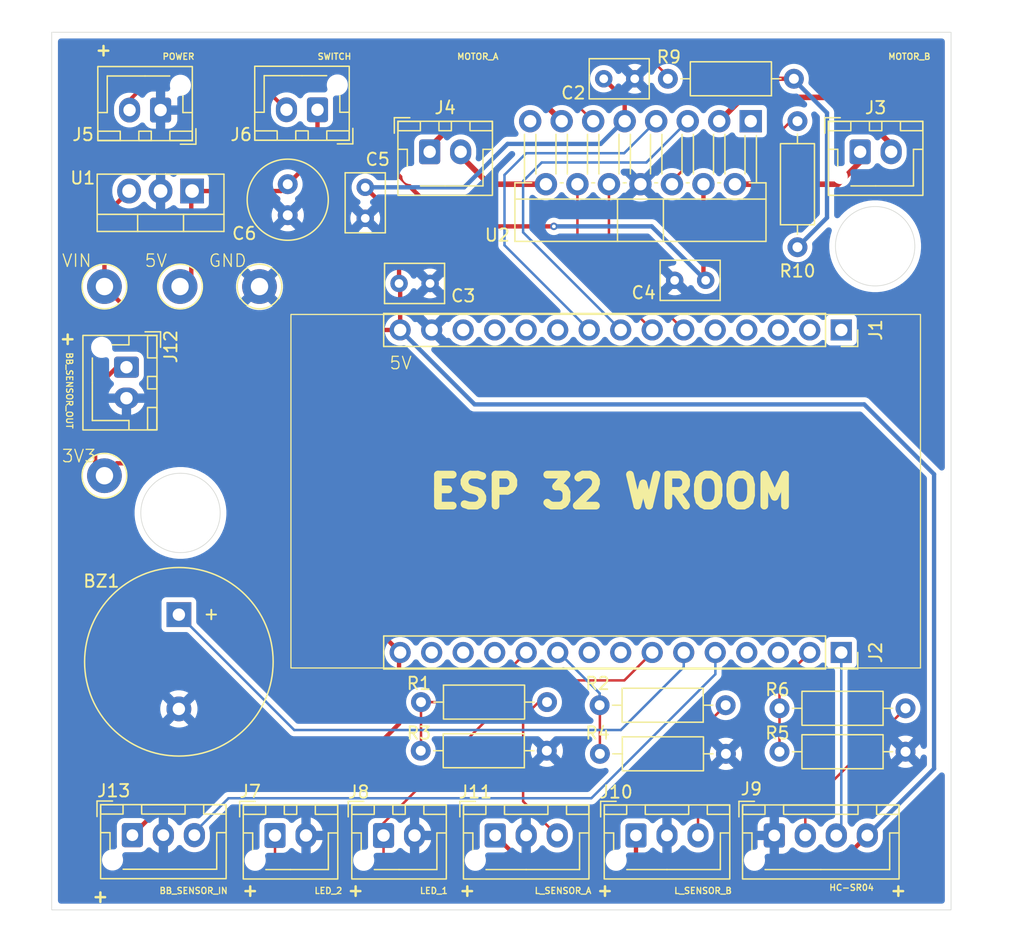
<source format=kicad_pcb>
(kicad_pcb (version 20241229) (generator "pcbnew") (generator_version "9.0")
  (layers (0 "F.Cu" signal) (2 "B.Cu" signal) (13 "F.Paste" user) (15 "B.Paste" user) (5 "F.SilkS" user "F.Silkscreen") (7 "B.SilkS" user "B.Silkscreen") (1 "F.Mask" user) (3 "B.Mask" user) (25 "Edge.Cuts" user))
  (net 0 "")
  (net 1 "Net-(BZ1-+)")
  (net 2 "GND")
  (net 3 "5v")
  (net 4 "VIN")
  (net 5 "3v3")
  (net 8 "IN3")
  (net 10 "IN1")
  (net 11 "IN4")
  (net 14 "IN2")
  (net 18 "ECHO")
  (net 19 "TRIG")
  (net 21 "LF_R_OUT")
  (net 22 "LF_L_OUT")
  (net 23 "BB_OUT")
  (net 24 "Net-(J3-Pin_1)")
  (net 25 "Net-(J3-Pin_2)")
  (net 26 "Net-(J4-Pin_1)")
  (net 27 "Net-(J4-Pin_2)")
  (net 28 "Net-(J5-Pin_2)")
  (net 29 "Net-(J9-Pin_2)")
  (net 30 "Net-(J10-Pin_3)")
  (net 31 "Net-(J11-Pin_3)")
  (net 32 "Net-(U2-EnB)")
  (net 33 "Net-(U2-EnA)")
  (net 41 "Net-(J2-Pin_7)")
  (footprint "Resistor_THT:R_Axial_DIN0207_L6.3mm_D2.5mm_P10.16mm_Horizontal" (layer "F.Cu") (at 171.95 63.5 180)
    (property "Reference" "R9" (at 10.08 1.75 0) (layer "F.SilkS"))
    (property "Value" "1k")
    (pad "1" thru_hole circle (at 0 0 180) (size 1.6 1.6) (drill 0.8) (layers "*.Cu" "*.Mask") (net 3 "5v"))
    (pad "2" thru_hole circle (at 10.16 0 180) (size 1.6 1.6) (drill 0.8) (layers "*.Cu" "*.Mask") (net 32 "Net-(U2-EnB)"))
  )
  (footprint "Capacitor_THT:C_Radial_D6.3mm_H5.0mm_P2.50mm" (layer "F.Cu") (at 131.145 72 -90)
    (property "Reference" "C6" (at 3.975 3.5 0) (layer "F.SilkS"))
    (property "Value" "10uf")
    (pad "1" thru_hole circle (at 0 0 270) (size 1.6 1.6) (drill 0.8) (layers "*.Cu" "*.Mask") (net 4 "VIN"))
    (pad "2" thru_hole circle (at 2.5 0 270) (size 1.6 1.6) (drill 0.8) (layers "*.Cu" "*.Mask") (net 2 "GND"))
  )
  (footprint "Resistor_THT:R_Axial_DIN0207_L6.3mm_D2.5mm_P10.16mm_Horizontal" (layer "F.Cu") (at 166.45 114 180)
    (property "Reference" "R2" (at 10.33 1.75 180) (layer "F.SilkS"))
    (property "Value" "1k")
    (pad "1" thru_hole circle (at 0 0 180) (size 1.6 1.6) (drill 0.8) (layers "*.Cu" "*.Mask") (net 30 "Net-(J10-Pin_3)"))
    (pad "2" thru_hole circle (at 10.16 0 180) (size 1.6 1.6) (drill 0.8) (layers "*.Cu" "*.Mask") (net 21 "LF_R_OUT"))
  )
  (footprint "Capacitor_THT:C_Rect_L4.6mm_W3.0mm_P2.50mm_MKS02_FKP02" (layer "F.Cu") (at 137.395 72.25 -90)
    (property "Reference" "C5" (at -2.25 -1 0) (layer "F.SilkS"))
    (property "Value" "1uf")
    (pad "1" thru_hole circle (at 0 0 270) (size 1.4 1.4) (drill 0.7) (layers "*.Cu" "*.Mask") (net 3 "5v"))
    (pad "2" thru_hole circle (at 2.5 0 270) (size 1.4 1.4) (drill 0.7) (layers "*.Cu" "*.Mask") (net 2 "GND"))
  )
  (footprint "Connector_JST:JST_XH_B2B-XH-AM_1x02_P2.50mm_Vertical" (layer "F.Cu") (at 118.145 86.75 -90)
    (property "Reference" "J12" (at -1.6575 -3.575 90) (layer "F.SilkS"))
    (property "Value" "Conn_01x02")
    (pad "" np_thru_hole circle (at -1.6 2 270) (size 1.2 1.2) (drill 1.2) (layers "*.Cu" "*.Mask"))
    (pad "1" thru_hole roundrect (at 0 0 270) (size 1.7 2) (drill 1) (layers "*.Cu" "*.Mask") (roundrect_rratio 0.147059) (net 5 "3v3"))
    (pad "2" thru_hole oval (at 2.5 0 270) (size 1.7 2) (drill 1) (layers "*.Cu" "*.Mask") (net 2 "GND"))
  )
  (footprint "Package_TO_SOT_THT:TO-220F-15_P2.54x5.08mm_StaggerOdd_Lead5.08mm_Vertical" (layer "F.Cu") (at 168.47 66.92 180)
    (property "Reference" "U2" (at 20.43 -9.185 180) (layer "F.SilkS"))
    (property "Value" "L298N")
    (pad "1" thru_hole rect (at 0 0 180) (size 1.8 1.8) (drill 1) (layers "*.Cu" "*.Mask"))
    (pad "2" thru_hole circle (at 1.27 -5.08 180) (size 1.8 1.8) (drill 1) (layers "*.Cu" "*.Mask") (net 24 "Net-(J3-Pin_1)"))
    (pad "3" thru_hole circle (at 2.54 0 180) (size 1.8 1.8) (drill 1) (layers "*.Cu" "*.Mask") (net 25 "Net-(J3-Pin_2)"))
    (pad "4" thru_hole circle (at 3.81 -5.08 180) (size 1.8 1.8) (drill 1) (layers "*.Cu" "*.Mask") (net 4 "VIN"))
    (pad "5" thru_hole circle (at 5.08 0 180) (size 1.8 1.8) (drill 1) (layers "*.Cu" "*.Mask") (net 10 "IN1"))
    (pad "6" thru_hole circle (at 6.35 -5.08 180) (size 1.8 1.8) (drill 1) (layers "*.Cu" "*.Mask") (net 33 "Net-(U2-EnA)"))
    (pad "7" thru_hole circle (at 7.62 0 180) (size 1.8 1.8) (drill 1) (layers "*.Cu" "*.Mask") (net 14 "IN2"))
    (pad "8" thru_hole circle (at 8.89 -5.08 180) (size 1.8 1.8) (drill 1) (layers "*.Cu" "*.Mask") (net 2 "GND"))
    (pad "9" thru_hole circle (at 10.16 0 180) (size 1.8 1.8) (drill 1) (layers "*.Cu" "*.Mask") (net 3 "5v"))
    (pad "10" thru_hole circle (at 11.43 -5.08 180) (size 1.8 1.8) (drill 1) (layers "*.Cu" "*.Mask") (net 8 "IN3"))
    (pad "11" thru_hole circle (at 12.7 0 180) (size 1.8 1.8) (drill 1) (layers "*.Cu" "*.Mask") (net 32 "Net-(U2-EnB)"))
    (pad "12" thru_hole circle (at 13.97 -5.08 180) (size 1.8 1.8) (drill 1) (layers "*.Cu" "*.Mask") (net 11 "IN4"))
    (pad "13" thru_hole circle (at 15.24 0 180) (size 1.8 1.8) (drill 1) (layers "*.Cu" "*.Mask") (net 26 "Net-(J4-Pin_1)"))
    (pad "14" thru_hole circle (at 16.51 -5.08 180) (size 1.8 1.8) (drill 1) (layers "*.Cu" "*.Mask") (net 27 "Net-(J4-Pin_2)"))
    (pad "15" thru_hole circle (at 17.78 0 180) (size 1.8 1.8) (drill 1) (layers "*.Cu" "*.Mask"))
  )
  (footprint "Capacitor_THT:C_Rect_L4.6mm_W3.0mm_P2.50mm_MKS02_FKP02" (layer "F.Cu") (at 140.12 80)
    (property "Reference" "C3" (at 5.17 1 0) (layer "F.SilkS"))
    (property "Value" "0.1uf")
    (pad "1" thru_hole circle (at 0 0) (size 1.4 1.4) (drill 0.7) (layers "*.Cu" "*.Mask") (net 3 "5v"))
    (pad "2" thru_hole circle (at 2.5 0) (size 1.4 1.4) (drill 0.7) (layers "*.Cu" "*.Mask") (net 2 "GND"))
  )
  (footprint "Capacitor_THT:C_Rect_L4.6mm_W3.0mm_P2.50mm_MKS02_FKP02" (layer "F.Cu") (at 162.3375 79.75)
    (property "Reference" "C4" (at -2.5 1 0) (layer "F.SilkS"))
    (property "Value" "10uf")
    (pad "1" thru_hole circle (at 0 0) (size 1.4 1.4) (drill 0.7) (layers "*.Cu" "*.Mask") (net 2 "GND"))
    (pad "2" thru_hole circle (at 2.5 0) (size 1.4 1.4) (drill 0.7) (layers "*.Cu" "*.Mask") (net 4 "VIN"))
  )
  (footprint "Connector_JST:JST_XH_B4B-XH-AM_1x04_P2.50mm_Vertical" (layer "F.Cu") (at 170.37 124.5)
    (property "Reference" "J9" (at -1.85 -3.75 0) (layer "F.SilkS"))
    (property "Value" "Conn_01x04_Pin")
    (pad "" np_thru_hole circle (at -1.6 2) (size 1.2 1.2) (drill 1.2) (layers "*.Cu" "*.Mask"))
    (pad "1" thru_hole roundrect (at 0 0) (size 1.7 1.95) (drill 0.95) (layers "*.Cu" "*.Mask") (roundrect_rratio 0.147059) (net 2 "GND"))
    (pad "2" thru_hole oval (at 2.5 0) (size 1.7 1.95) (drill 0.95) (layers "*.Cu" "*.Mask") (net 29 "Net-(J9-Pin_2)"))
    (pad "3" thru_hole oval (at 5 0) (size 1.7 1.95) (drill 0.95) (layers "*.Cu" "*.Mask") (net 19 "TRIG"))
    (pad "4" thru_hole oval (at 7.5 0) (size 1.7 1.95) (drill 0.95) (layers "*.Cu" "*.Mask") (net 3 "5v"))
  )
  (footprint "Resistor_THT:R_Axial_DIN0207_L6.3mm_D2.5mm_P10.16mm_Horizontal" (layer "F.Cu") (at 180.95 114.25 180)
    (property "Reference" "R6" (at 10.33 1.5 180) (layer "F.SilkS"))
    (property "Value" "1k")
    (pad "1" thru_hole circle (at 0 0 180) (size 1.6 1.6) (drill 0.8) (layers "*.Cu" "*.Mask") (net 29 "Net-(J9-Pin_2)"))
    (pad "2" thru_hole circle (at 10.16 0 180) (size 1.6 1.6) (drill 0.8) (layers "*.Cu" "*.Mask") (net 18 "ECHO"))
  )
  (footprint "TestPoint:TestPoint_Loop_D3.50mm_Drill1.4mm_Beaded" (layer "F.Cu") (at 128.87 80.25)
    (property "Reference" "TP4" (hide yes))
    (property "Value" "TestPoint")
    (pad "1" thru_hole circle (at 0 0) (size 2.8 2.8) (drill 1.4) (layers "*.Cu" "*.Mask") (net 2 "GND"))
  )
  (footprint "TestPoint:TestPoint_Loop_D3.50mm_Drill1.4mm_Beaded" (layer "F.Cu") (at 116.37 80.25)
    (property "Reference" "TP2" (hide yes))
    (property "Value" "TestPoint")
    (pad "1" thru_hole circle (at 0 0) (size 2.8 2.8) (drill 1.4) (layers "*.Cu" "*.Mask") (net 3 "5v"))
  )
  (footprint "Connector_JST:JST_XH_B2B-XH-AM_1x02_P2.50mm_Vertical" (layer "F.Cu") (at 138.87 124.5)
    (property "Reference" "J8" (at -2 -3.5 0) (layer "F.SilkS"))
    (property "Value" "Conn_01x02")
    (pad "" np_thru_hole circle (at -1.6 2) (size 1.2 1.2) (drill 1.2) (layers "*.Cu" "*.Mask"))
    (pad "1" thru_hole roundrect (at 0 0) (size 1.7 2) (drill 1) (layers "*.Cu" "*.Mask") (roundrect_rratio 0.147059) (net 41 "Net-(J2-Pin_7)"))
    (pad "2" thru_hole oval (at 2.5 0) (size 1.7 2) (drill 1) (layers "*.Cu" "*.Mask") (net 2 "GND"))
  )
  (footprint "TestPoint:TestPoint_Loop_D3.50mm_Drill1.4mm_Beaded" (layer "F.Cu") (at 122.464286 80.25)
    (property "Reference" "TP3" (hide yes))
    (property "Value" "TestPoint")
    (pad "1" thru_hole circle (at 0 0) (size 2.8 2.8) (drill 1.4) (layers "*.Cu" "*.Mask") (net 4 "VIN"))
  )
  (footprint "Connector_JST:JST_XH_B2B-XH-AM_1x02_P2.50mm_Vertical" (layer "F.Cu") (at 177.29 69.3875)
    (property "Reference" "J3" (at 1.25 -3.55 0) (layer "F.SilkS"))
    (property "Value" "Conn_01x02")
    (pad "" np_thru_hole circle (at -1.6 2) (size 1.2 1.2) (drill 1.2) (layers "*.Cu" "*.Mask"))
    (pad "1" thru_hole roundrect (at 0 0) (size 1.7 2) (drill 1) (layers "*.Cu" "*.Mask") (roundrect_rratio 0.147059) (net 24 "Net-(J3-Pin_1)"))
    (pad "2" thru_hole oval (at 2.5 0) (size 1.7 2) (drill 1) (layers "*.Cu" "*.Mask") (net 25 "Net-(J3-Pin_2)"))
  )
  (footprint "Connector_PinSocket_2.54mm:PinSocket_1x15_P2.54mm_Vertical" (layer "F.Cu") (at 175.77 109.75 -90)
    (property "Reference" "J2" (at 0 -2.77 270) (layer "F.SilkS"))
    (property "Value" "Conn_01x15_Pin")
    (pad "1" thru_hole rect (at 0 0 270) (size 1.7 1.7) (drill 1) (layers "*.Cu" "*.Mask") (net 19 "TRIG"))
    (pad "2" thru_hole circle (at 0 2.54 270) (size 1.7 1.7) (drill 1) (layers "*.Cu" "*.Mask") (net 18 "ECHO"))
    (pad "3" thru_hole circle (at 0 5.08 270) (size 1.7 1.7) (drill 1) (layers "*.Cu" "*.Mask"))
    (pad "4" thru_hole circle (at 0 7.62 270) (size 1.7 1.7) (drill 1) (layers "*.Cu" "*.Mask"))
    (pad "5" thru_hole circle (at 0 10.16 270) (size 1.7 1.7) (drill 1) (layers "*.Cu" "*.Mask") (net 23 "BB_OUT"))
    (pad "6" thru_hole circle (at 0 12.7 270) (size 1.7 1.7) (drill 1) (layers "*.Cu" "*.Mask") (net 1 "Net-(BZ1-+)"))
    (pad "7" thru_hole circle (at 0 15.24 270) (size 1.7 1.7) (drill 1) (layers "*.Cu" "*.Mask") (net 41 "Net-(J2-Pin_7)"))
    (pad "8" thru_hole circle (at 0 17.78 270) (size 1.7 1.7) (drill 1) (layers "*.Cu" "*.Mask"))
    (pad "9" thru_hole circle (at 0 20.32 270) (size 1.7 1.7) (drill 1) (layers "*.Cu" "*.Mask"))
    (pad "10" thru_hole circle (at 0 22.86 270) (size 1.7 1.7) (drill 1) (layers "*.Cu" "*.Mask") (net 21 "LF_R_OUT"))
    (pad "11" thru_hole circle (at 0 25.4 270) (size 1.7 1.7) (drill 1) (layers "*.Cu" "*.Mask") (net 22 "LF_L_OUT"))
    (pad "12" thru_hole circle (at 0 27.94 270) (size 1.7 1.7) (drill 1) (layers "*.Cu" "*.Mask"))
    (pad "13" thru_hole circle (at 0 30.48 270) (size 1.7 1.7) (drill 1) (layers "*.Cu" "*.Mask"))
    (pad "14" thru_hole circle (at 0 33.02 270) (size 1.7 1.7) (drill 1) (layers "*.Cu" "*.Mask"))
    (pad "15" thru_hole circle (at 0 35.56 270) (size 1.7 1.7) (drill 1) (layers "*.Cu" "*.Mask") (net 5 "3v3"))
  )
  (footprint "Connector_JST:JST_XH_B2B-XH-AM_1x02_P2.50mm_Vertical" (layer "F.Cu") (at 120.895 66.025 180)
    (property "Reference" "J5" (at 6.25 -1.975 180) (layer "F.SilkS"))
    (property "Value" "Conn_01x02")
    (pad "" np_thru_hole circle (at -1.6 2 180) (size 1.2 1.2) (drill 1.2) (layers "*.Cu" "*.Mask"))
    (pad "1" thru_hole roundrect (at 0 0 180) (size 1.7 2) (drill 1) (layers "*.Cu" "*.Mask") (roundrect_rratio 0.147059) (net 2 "GND"))
    (pad "2" thru_hole oval (at 2.5 0 180) (size 1.7 2) (drill 1) (layers "*.Cu" "*.Mask") (net 28 "Net-(J5-Pin_2)"))
  )
  (footprint "Connector_JST:JST_XH_B3B-XH-AM_1x03_P2.50mm_Vertical" (layer "F.Cu") (at 118.62 124.475)
    (property "Reference" "J13" (at -1.5 -3.575 0) (layer "F.SilkS"))
    (property "Value" "Conn_01x03_Pin")
    (pad "" np_thru_hole circle (at -1.6 2) (size 1.2 1.2) (drill 1.2) (layers "*.Cu" "*.Mask"))
    (pad "1" thru_hole roundrect (at 0 0) (size 1.7 1.95) (drill 0.95) (layers "*.Cu" "*.Mask") (roundrect_rratio 0.147059) (net 5 "3v3"))
    (pad "2" thru_hole oval (at 2.5 0) (size 1.7 1.95) (drill 0.95) (layers "*.Cu" "*.Mask") (net 2 "GND"))
    (pad "3" thru_hole oval (at 5 0) (size 1.7 1.95) (drill 0.95) (layers "*.Cu" "*.Mask") (net 23 "BB_OUT"))
  )
  (footprint "Connector_JST:JST_XH_B2B-XH-AM_1x02_P2.50mm_Vertical" (layer "F.Cu") (at 130.12 124.5)
    (property "Reference" "J7" (at -2 -3.55 0) (layer "F.SilkS"))
    (property "Value" "Conn_01x02")
    (pad "" np_thru_hole circle (at -1.6 2) (size 1.2 1.2) (drill 1.2) (layers "*.Cu" "*.Mask"))
    (pad "1" thru_hole roundrect (at 0 0) (size 1.7 2) (drill 1) (layers "*.Cu" "*.Mask") (roundrect_rratio 0.147059) (net 41 "Net-(J2-Pin_7)"))
    (pad "2" thru_hole oval (at 2.5 0) (size 1.7 2) (drill 1) (layers "*.Cu" "*.Mask") (net 2 "GND"))
  )
  (footprint "Package_TO_SOT_THT:TO-220-3_Vertical" (layer "F.Cu") (at 123.435 72.55 180)
    (property "Reference" "U1" (at 8.815 1.05 0) (layer "F.SilkS"))
    (property "Value" "LM7805_TO220")
    (pad "1" thru_hole rect (at 0 0 180) (size 1.905 2) (drill 1.1) (layers "*.Cu" "*.Mask") (net 4 "VIN"))
    (pad "2" thru_hole oval (at 2.54 0 180) (size 1.905 2) (drill 1.1) (layers "*.Cu" "*.Mask") (net 2 "GND"))
    (pad "3" thru_hole oval (at 5.08 0 180) (size 1.905 2) (drill 1.1) (layers "*.Cu" "*.Mask") (net 3 "5v"))
  )
  (footprint "Connector_JST:JST_XH_B2B-XH-AM_1x02_P2.50mm_Vertical" (layer "F.Cu") (at 142.5875 69.3875)
    (property "Reference" "J4" (at 1.25 -3.55 0) (layer "F.SilkS"))
    (property "Value" "Conn_01x02")
    (pad "" np_thru_hole circle (at -1.6 2) (size 1.2 1.2) (drill 1.2) (layers "*.Cu" "*.Mask"))
    (pad "1" thru_hole roundrect (at 0 0) (size 1.7 2) (drill 1) (layers "*.Cu" "*.Mask") (roundrect_rratio 0.147059) (net 26 "Net-(J4-Pin_1)"))
    (pad "2" thru_hole oval (at 2.5 0) (size 1.7 2) (drill 1) (layers "*.Cu" "*.Mask") (net 27 "Net-(J4-Pin_2)"))
  )
  (footprint "Connector_JST:JST_XH_B3B-XH-AM_1x03_P2.50mm_Vertical" (layer "F.Cu") (at 147.87 124.5)
    (property "Reference" "J11" (at -1.6 -3.5 0) (layer "F.SilkS"))
    (property "Value" "Conn_01x03_Pin")
    (pad "" np_thru_hole circle (at -1.6 2) (size 1.2 1.2) (drill 1.2) (layers "*.Cu" "*.Mask"))
    (pad "1" thru_hole roundrect (at 0 0) (size 1.7 1.95) (drill 0.95) (layers "*.Cu" "*.Mask") (roundrect_rratio 0.147059) (net 3 "5v"))
    (pad "2" thru_hole oval (at 2.5 0) (size 1.7 1.95) (drill 0.95) (layers "*.Cu" "*.Mask") (net 2 "GND"))
    (pad "3" thru_hole oval (at 5 0) (size 1.7 1.95) (drill 0.95) (layers "*.Cu" "*.Mask") (net 31 "Net-(J11-Pin_3)"))
  )
  (footprint "Connector_JST:JST_XH_B2B-XH-AM_1x02_P2.50mm_Vertical" (layer "F.Cu") (at 133.545 66 180)
    (property "Reference" "J6" (at 6.15 -2 180) (layer "F.SilkS"))
    (property "Value" "Conn_01x02")
    (pad "" np_thru_hole circle (at -1.6 2 180) (size 1.2 1.2) (drill 1.2) (layers "*.Cu" "*.Mask"))
    (pad "1" thru_hole roundrect (at 0 0 180) (size 1.7 2) (drill 1) (layers "*.Cu" "*.Mask") (roundrect_rratio 0.147059) (net 4 "VIN"))
    (pad "2" thru_hole oval (at 2.5 0 180) (size 1.7 2) (drill 1) (layers "*.Cu" "*.Mask") (net 28 "Net-(J5-Pin_2)"))
  )
  (footprint "Connector_PinSocket_2.54mm:PinSocket_1x15_P2.54mm_Vertical" (layer "F.Cu") (at 175.77 83.75 -90)
    (property "Reference" "J1" (at 0 -2.77 270) (layer "F.SilkS"))
    (property "Value" "Conn_01x15_Pin")
    (pad "1" thru_hole rect (at 0 0 270) (size 1.7 1.7) (drill 1) (layers "*.Cu" "*.Mask"))
    (pad "2" thru_hole circle (at 0 2.54 270) (size 1.7 1.7) (drill 1) (layers "*.Cu" "*.Mask"))
    (pad "3" thru_hole circle (at 0 5.08 270) (size 1.7 1.7) (drill 1) (layers "*.Cu" "*.Mask"))
    (pad "4" thru_hole circle (at 0 7.62 270) (size 1.7 1.7) (drill 1) (layers "*.Cu" "*.Mask"))
    (pad "5" thru_hole circle (at 0 10.16 270) (size 1.7 1.7) (drill 1) (layers "*.Cu" "*.Mask"))
    (pad "6" thru_hole circle (at 0 12.7 270) (size 1.7 1.7) (drill 1) (layers "*.Cu" "*.Mask") (net 8 "IN3"))
    (pad "7" thru_hole circle (at 0 15.24 270) (size 1.7 1.7) (drill 1) (layers "*.Cu" "*.Mask") (net 11 "IN4"))
    (pad "8" thru_hole circle (at 0 17.78 270) (size 1.7 1.7) (drill 1) (layers "*.Cu" "*.Mask") (net 10 "IN1"))
    (pad "9" thru_hole circle (at 0 20.32 270) (size 1.7 1.7) (drill 1) (layers "*.Cu" "*.Mask") (net 14 "IN2"))
    (pad "10" thru_hole circle (at 0 22.86 270) (size 1.7 1.7) (drill 1) (layers "*.Cu" "*.Mask"))
    (pad "11" thru_hole circle (at 0 25.4 270) (size 1.7 1.7) (drill 1) (layers "*.Cu" "*.Mask"))
    (pad "12" thru_hole circle (at 0 27.94 270) (size 1.7 1.7) (drill 1) (layers "*.Cu" "*.Mask"))
    (pad "13" thru_hole circle (at 0 30.48 270) (size 1.7 1.7) (drill 1) (layers "*.Cu" "*.Mask"))
    (pad "14" thru_hole circle (at 0 33.02 270) (size 1.7 1.7) (drill 1) (layers "*.Cu" "*.Mask") (net 2 "GND"))
    (pad "15" thru_hole circle (at 0 35.56 270) (size 1.7 1.7) (drill 1) (layers "*.Cu" "*.Mask") (net 3 "5v"))
  )
  (footprint "Connector_JST:JST_XH_B3B-XH-AM_1x03_P2.50mm_Vertical" (layer "F.Cu") (at 159.22 124.5)
    (property "Reference" "J10" (at -1.6 -3.5 0) (layer "F.SilkS"))
    (property "Value" "Conn_01x03_Pin")
    (pad "" np_thru_hole circle (at -1.6 2) (size 1.2 1.2) (drill 1.2) (layers "*.Cu" "*.Mask"))
    (pad "1" thru_hole roundrect (at 0 0) (size 1.7 1.95) (drill 0.95) (layers "*.Cu" "*.Mask") (roundrect_rratio 0.147059) (net 3 "5v"))
    (pad "2" thru_hole oval (at 2.5 0) (size 1.7 1.95) (drill 0.95) (layers "*.Cu" "*.Mask") (net 2 "GND"))
    (pad "3" thru_hole oval (at 5 0) (size 1.7 1.95) (drill 0.95) (layers "*.Cu" "*.Mask") (net 30 "Net-(J10-Pin_3)"))
  )
  (footprint "TestPoint:TestPoint_Loop_D3.50mm_Drill1.4mm_Beaded" (layer "F.Cu") (at 116.37 95.5)
    (property "Reference" "TP1" (hide yes))
    (property "Value" "TestPoint")
    (pad "1" thru_hole circle (at 0 0) (size 2.8 2.8) (drill 1.4) (layers "*.Cu" "*.Mask") (net 5 "3v3"))
  )
  (footprint "Resistor_THT:R_Axial_DIN0207_L6.3mm_D2.5mm_P10.16mm_Horizontal" (layer "F.Cu") (at 156.31 117.92)
    (property "Reference" "R4" (at -0.19 -1.67 0) (layer "F.SilkS"))
    (property "Value" "2k")
    (pad "1" thru_hole circle (at 0 0) (size 1.6 1.6) (drill 0.8) (layers "*.Cu" "*.Mask") (net 21 "LF_R_OUT"))
    (pad "2" thru_hole circle (at 10.16 0) (size 1.6 1.6) (drill 0.8) (layers "*.Cu" "*.Mask") (net 2 "GND"))
  )
  (footprint "Capacitor_THT:C_Rect_L4.6mm_W3.0mm_P2.50mm_MKS02_FKP02" (layer "F.Cu") (at 159.12 63.5 180)
    (property "Reference" "C2" (at 4.9525 -1.145 0) (layer "F.SilkS"))
    (property "Value" "1uf")
    (pad "1" thru_hole circle (at 0 0 180) (size 1.4 1.4) (drill 0.7) (layers "*.Cu" "*.Mask") (net 2 "GND"))
    (pad "2" thru_hole circle (at 2.5 0 180) (size 1.4 1.4) (drill 0.7) (layers "*.Cu" "*.Mask") (net 3 "5v"))
  )
  (footprint "Resistor_THT:R_Axial_DIN0207_L6.3mm_D2.5mm_P10.16mm_Horizontal" (layer "F.Cu") (at 180.95 117.75 180)
    (property "Reference" "R5" (at 10.33 1.5 180) (layer "F.SilkS"))
    (property "Value" "2k")
    (pad "1" thru_hole circle (at 0 0 180) (size 1.6 1.6) (drill 0.8) (layers "*.Cu" "*.Mask") (net 2 "GND"))
    (pad "2" thru_hole circle (at 10.16 0 180) (size 1.6 1.6) (drill 0.8) (layers "*.Cu" "*.Mask") (net 18 "ECHO"))
  )
  (footprint "Resistor_THT:R_Axial_DIN0207_L6.3mm_D2.5mm_P10.16mm_Horizontal" (layer "F.Cu") (at 172.2375 77.08 90)
    (property "Reference" "R10" (at -1.92 0 0) (layer "F.SilkS"))
    (property "Value" "1k")
    (pad "1" thru_hole circle (at 0 0 90) (size 1.6 1.6) (drill 0.8) (layers "*.Cu" "*.Mask") (net 3 "5v"))
    (pad "2" thru_hole circle (at 10.16 0 90) (size 1.6 1.6) (drill 0.8) (layers "*.Cu" "*.Mask") (net 33 "Net-(U2-EnA)"))
  )
  (footprint "Buzzer_Beeper:Buzzer_15x7.5RM7.6" (layer "F.Cu") (at 122.37 106.7 -90)
    (property "Reference" "BZ1" (at -2.7 6.25 180) (layer "F.SilkS"))
    (property "Value" "Buzzer")
    (fp_text user "+" (at -0.01 -2.54 90) (layer "F.SilkS"))
    (pad "1" thru_hole rect (at 0 0 270) (size 2 2) (drill 1) (layers "*.Cu" "*.Mask") (net 1 "Net-(BZ1-+)"))
    (pad "2" thru_hole circle (at 7.6 0 270) (size 2 2) (drill 1) (layers "*.Cu" "*.Mask") (net 2 "GND"))
  )
  (footprint "Resistor_THT:R_Axial_DIN0207_L6.3mm_D2.5mm_P10.16mm_Horizontal" (layer "F.Cu") (at 152.03 117.67 180)
    (property "Reference" "R3" (at 10.31 1.42 180) (layer "F.SilkS"))
    (property "Value" "2k")
    (pad "1" thru_hole circle (at 0 0 180) (size 1.6 1.6) (drill 0.8) (layers "*.Cu" "*.Mask") (net 2 "GND"))
    (pad "2" thru_hole circle (at 10.16 0 180) (size 1.6 1.6) (drill 0.8) (layers "*.Cu" "*.Mask") (net 22 "LF_L_OUT"))
  )
  (footprint "Resistor_THT:R_Axial_DIN0207_L6.3mm_D2.5mm_P10.16mm_Horizontal" (layer "F.Cu") (at 141.89 113.75)
    (property "Reference" "R1" (at -0.17 -1.5 0) (layer "F.SilkS"))
    (property "Value" "1k")
    (pad "1" thru_hole circle (at 0 0) (size 1.6 1.6) (drill 0.8) (layers "*.Cu" "*.Mask") (net 22 "LF_L_OUT"))
    (pad "2" thru_hole circle (at 10.16 0) (size 1.6 1.6) (drill 0.8) (layers "*.Cu" "*.Mask") (net 31 "Net-(J11-Pin_3)"))
  )
  (gr_rect (start 131.405 82.5) (end 182.155 111) (stroke (width 0.1)) (fill no) (layer "F.SilkS"))
  (gr_circle (center 178.5 77) (end 181.7 77) (stroke (width 0.05)) (fill no) (layer "Edge.Cuts"))
  (gr_circle (center 122.5 98.5) (end 125.7 98.5) (stroke (width 0.05)) (fill no) (layer "Edge.Cuts"))
  (gr_rect (start 112.12 59.75) (end 184.62 130.5) (stroke (width 0.05)) (fill no) (layer "Edge.Cuts"))
  (gr_text "+" (at 115.5275 128.725 270) (layer "F.SilkS") (effects (font (size 1 1) (thickness 0.2) (bold yes)) (justify left bottom)))
  (gr_text "+" (at 135.87 129.5 0) (layer "F.SilkS") (effects (font (size 1 1) (thickness 0.2) (bold yes)) (justify left bottom)))
  (gr_text "L_SENSOR_A" (at 151 129.25 0) (layer "F.SilkS") (effects (font (size 0.5 0.5) (thickness 0.1)) (justify left bottom)))
  (gr_text "LED_2" (at 133.25 129.25 0) (layer "F.SilkS") (effects (font (size 0.5 0.5) (thickness 0.1)) (justify left bottom)))
  (gr_text "MOTOR_A" (at 144.75 62 0) (layer "F.SilkS") (effects (font (size 0.5 0.5) (thickness 0.1)) (justify left bottom)))
  (gr_text "+" (at 144.87 129.5 0) (layer "F.SilkS") (effects (font (size 1 1) (thickness 0.2) (bold yes)) (justify left bottom)))
  (gr_text "ESP 32 WROOM" (at 142.25 98.25 0) (layer "F.SilkS") (effects (font (size 2.5 2.5) (thickness 0.625) (bold yes)) (justify left bottom)))
  (gr_text "GND\n" (at 124.714286 78.75 0) (layer "F.SilkS") (effects (font (size 1 1) (thickness 0.1)) (justify left bottom)))
  (gr_text "POWER" (at 121 62 0) (layer "F.SilkS") (effects (font (size 0.5 0.5) (thickness 0.1)) (justify left bottom)))
  (gr_text "3V3\n" (at 112.87 94.5 0) (layer "F.SilkS") (effects (font (size 1 1) (thickness 0.1)) (justify left bottom)))
  (gr_text "VIN" (at 112.880953 78.75 0) (layer "F.SilkS") (effects (font (size 1 1) (thickness 0.1)) (justify left bottom)))
  (gr_text "+" (at 112.895 83.75 270) (layer "F.SilkS") (effects (font (size 1 1) (thickness 0.2) (bold yes)) (justify left bottom)))
  (gr_text "+" (at 115.545 61.75 0) (layer "F.SilkS") (effects (font (size 1 1) (thickness 0.2) (bold yes)) (justify left bottom)))
  (gr_text "+" (at 127.37 129.5 0) (layer "F.SilkS") (effects (font (size 1 1) (thickness 0.2) (bold yes)) (justify left bottom)))
  (gr_text "+" (at 179.62 129.5 0) (layer "F.SilkS") (effects (font (size 1 1) (thickness 0.2) (bold yes)) (justify left bottom)))
  (gr_text "5V" (at 139.28 87 0) (layer "F.SilkS") (effects (font (size 1 1) (thickness 0.1)) (justify left bottom)))
  (gr_text "+" (at 155.97 129.5 0) (layer "F.SilkS") (effects (font (size 1 1) (thickness 0.2) (bold yes)) (justify left bottom)))
  (gr_text "HC-SR04" (at 174.75 129 0) (layer "F.SilkS") (effects (font (size 0.5 0.5) (thickness 0.1)) (justify left bottom)))
  (gr_text "L_SENSOR_B" (at 162.25 129.25 0) (layer "F.SilkS") (effects (font (size 0.5 0.5) (thickness 0.1)) (justify left bottom)))
  (gr_text "MOTOR_B" (at 179.5 62 0) (layer "F.SilkS") (effects (font (size 0.5 0.5) (thickness 0.1)) (justify left bottom)))
  (gr_text "SWITCH\n" (at 133.5 62 0) (layer "F.SilkS") (effects (font (size 0.5 0.5) (thickness 0.1)) (justify left bottom)))
  (gr_text "BB_SENSOR_IN" (at 120.75 129.25 0) (layer "F.SilkS") (effects (font (size 0.5 0.5) (thickness 0.1)) (justify left bottom)))
  (gr_text "LED_1" (at 141.75 129.25 0) (layer "F.SilkS") (effects (font (size 0.5 0.5) (thickness 0.1)) (justify left bottom)))
  (gr_text "5V\n" (at 119.546667 78.75 0) (layer "F.SilkS") (effects (font (size 1 1) (thickness 0.1)) (justify left bottom)))
  (gr_text "BB_SENSOR_OUT" (at 113.25 85.5 270) (layer "F.SilkS") (effects (font (size 0.5 0.5) (thickness 0.1)) (justify left bottom)))
  (segment (start 122.37 106.7) (end 131.67 116) (width 0.2) (layer "B.Cu") (net 1))
  (segment (start 131.67 116) (end 158 116) (width 0.2) (layer "B.Cu") (net 1))
  (segment (start 158 116) (end 163.07 110.93) (width 0.2) (layer "B.Cu") (net 1))
  (segment (start 163.07 110.93) (end 163.07 109.75) (width 0.2) (layer "B.Cu") (net 1))
  (segment (start 158.12 65) (end 158.31 65.19) (width 0.35) (layer "F.Cu") (net 3))
  (segment (start 151.37 128) (end 157.87 128) (width 0.35) (layer "F.Cu") (net 3))
  (segment (start 165 63.5) (end 163.5 65) (width 0.35) (layer "F.Cu") (net 3))
  (segment (start 118.355 72.55) (end 116.37 74.535) (width 0.35) (layer "F.Cu") (net 3))
  (segment (start 116.37 74.535) (end 116.37 80.25) (width 0.35) (layer "F.Cu") (net 3))
  (segment (start 119.87 83.75) (end 116.37 80.25) (width 0.35) (layer "F.Cu") (net 3))
  (segment (start 140.21 80.09) (end 140.12 80) (width 0.35) (layer "F.Cu") (net 3))
  (segment (start 140.21 83.75) (end 140.21 80.09) (width 0.35) (layer "F.Cu") (net 3))
  (segment (start 157.87 128) (end 158.12 128) (width 0.35) (layer "F.Cu") (net 3))
  (segment (start 171.95 63.5) (end 165 63.5) (width 0.35) (layer "F.Cu") (net 3))
  (segment (start 158.12 128) (end 159.22 126.9) (width 0.35) (layer "F.Cu") (net 3))
  (segment (start 140.21 83.75) (end 119.87 83.75) (width 0.35) (layer "F.Cu") (net 3))
  (segment (start 156.62 63.5) (end 158.12 65) (width 0.35) (layer "F.Cu") (net 3))
  (segment (start 159.22 126.9) (end 159.22 124.5) (width 0.35) (layer "F.Cu") (net 3))
  (segment (start 158.31 65.19) (end 158.31 66.92) (width 0.35) (layer "F.Cu") (net 3))
  (segment (start 140.12 74.975) (end 140.12 80) (width 0.35) (layer "F.Cu") (net 3))
  (segment (start 163.5 65) (end 158.12 65) (width 0.35) (layer "F.Cu") (net 3))
  (segment (start 147.87 124.5) (end 151.37 128) (width 0.35) (layer "F.Cu") (net 3))
  (segment (start 157.87 128) (end 174.37 128) (width 0.35) (layer "F.Cu") (net 3))
  (segment (start 174.37 128) (end 177.87 124.5) (width 0.35) (layer "F.Cu") (net 3))
  (segment (start 137.395 72.25) (end 140.12 74.975) (width 0.35) (layer "F.Cu") (net 3))
  (segment (start 183.25 119.12) (end 183.25 95.38) (width 0.35) (layer "B.Cu") (net 3))
  (segment (start 145.37 72.25) (end 137.395 72.25) (width 0.35) (layer "B.Cu") (net 3))
  (segment (start 158.31 66.92) (end 158.2 66.92) (width 0.35) (layer "B.Cu") (net 3))
  (segment (start 158.2 66.92) (end 156.37 68.75) (width 0.35) (layer "B.Cu") (net 3))
  (segment (start 183.25 95.38) (end 177.62 89.75) (width 0.35) (layer "B.Cu") (net 3))
  (segment (start 171.95 63.5) (end 171.95 63.58) (width 0.35) (layer "B.Cu") (net 3))
  (segment (start 174.62 66.25) (end 174.62 74.6975) (width 0.35) (layer "B.Cu") (net 3))
  (segment (start 156.37 68.75) (end 148.87 68.75) (width 0.35) (layer "B.Cu") (net 3))
  (segment (start 177.87 124.5) (end 183.25 119.12) (width 0.35) (layer "B.Cu") (net 3))
  (segment (start 177.62 89.75) (end 146.21 89.75) (width 0.35) (layer "B.Cu") (net 3))
  (segment (start 148.87 68.75) (end 145.37 72.25) (width 0.35) (layer "B.Cu") (net 3))
  (segment (start 171.95 63.58) (end 174.62 66.25) (width 0.35) (layer "B.Cu") (net 3))
  (segment (start 146.21 89.75) (end 140.21 83.75) (width 0.35) (layer "B.Cu") (net 3))
  (segment (start 174.62 74.6975) (end 172.2375 77.08) (width 0.35) (layer "B.Cu") (net 3))
  (segment (start 144.2 75.4) (end 138.4 69.6) (width 0.35) (layer "F.Cu") (net 4))
  (segment (start 133.545 66) (end 133.545 69.6) (width 0.35) (layer "F.Cu") (net 4))
  (segment (start 152.6 75.4) (end 144.2 75.4) (width 0.35) (layer "F.Cu") (net 4))
  (segment (start 164.66 72) (end 164.66 79.5725) (width 0.35) (layer "F.Cu") (net 4))
  (segment (start 123.435 72.55) (end 123.435 72.565) (width 0.35) (layer "F.Cu") (net 4))
  (segment (start 123.37 72.63) (end 123.37 79.344286) (width 0.35) (layer "F.Cu") (net 4))
  (segment (start 123.435 72.565) (end 123.37 72.63) (width 0.35) (layer "F.Cu") (net 4))
  (segment (start 164.66 79.5725) (end 164.8375 79.75) (width 0.35) (layer "F.Cu") (net 4))
  (segment (start 130.595 72.55) (end 131.145 72) (width 0.35) (layer "F.Cu") (net 4))
  (segment (start 123.37 79.344286) (end 122.464286 80.25) (width 0.35) (layer "F.Cu") (net 4))
  (segment (start 133.545 69.6) (end 131.145 72) (width 0.35) (layer "F.Cu") (net 4))
  (segment (start 138.4 69.6) (end 133.545 69.6) (width 0.35) (layer "F.Cu") (net 4))
  (segment (start 123.435 72.55) (end 130.595 72.55) (width 0.35) (layer "F.Cu") (net 4))
  (via (at 152.6 75.4) (size 0.6) (drill 0.3) (layers "F.Cu" "B.Cu") (net 4))
  (segment (start 160.4875 75.4) (end 152.6 75.4) (width 0.35) (layer "B.Cu") (net 4))
  (segment (start 164.8375 79.75) (end 160.4875 75.4) (width 0.35) (layer "B.Cu") (net 4))
  (segment (start 116.37 95.5) (end 117.37 94.5) (width 0.35) (layer "F.Cu") (net 5))
  (segment (start 117.37 94.5) (end 124.96 94.5) (width 0.35) (layer "F.Cu") (net 5))
  (segment (start 140.12 109.84) (end 140.21 109.75) (width 0.35) (layer "F.Cu") (net 5))
  (segment (start 140.12 115.5) (end 140.12 109.84) (width 0.35) (layer "F.Cu") (net 5))
  (segment (start 118.145 86.75) (end 117.37 86.75) (width 0.35) (layer "F.Cu") (net 5))
  (segment (start 118.62 124.475) (end 123.345 119.75) (width 0.35) (layer "F.Cu") (net 5))
  (segment (start 115.62 88.5) (end 115.62 94.75) (width 0.35) (layer "F.Cu") (net 5))
  (segment (start 135.87 119.75) (end 140.12 115.5) (width 0.35) (layer "F.Cu") (net 5))
  (segment (start 115.62 94.75) (end 116.37 95.5) (width 0.35) (layer "F.Cu") (net 5))
  (segment (start 117.37 86.75) (end 115.62 88.5) (width 0.35) (layer "F.Cu") (net 5))
  (segment (start 123.345 119.75) (end 135.87 119.75) (width 0.35) (layer "F.Cu") (net 5))
  (segment (start 124.96 94.5) (end 140.21 109.75) (width 0.35) (layer "F.Cu") (net 5))
  (segment (start 157.04 72) (end 157.04 77.72) (width 0.2) (layer "F.Cu") (net 8))
  (segment (start 157.04 77.72) (end 163.07 83.75) (width 0.2) (layer "F.Cu") (net 8))
  (segment (start 150.12 75.88) (end 157.99 83.75) (width 0.2) (layer "B.Cu") (net 10))
  (segment (start 151.62 70.25) (end 150.12 71.75) (width 0.2) (layer "B.Cu") (net 10))
  (segment (start 160.06 70.25) (end 151.62 70.25) (width 0.2) (layer "B.Cu") (net 10))
  (segment (start 163.39 66.92) (end 160.06 70.25) (width 0.2) (layer "B.Cu") (net 10))
  (segment (start 150.12 71.75) (end 150.12 75.88) (width 0.2) (layer "B.Cu") (net 10))
  (segment (start 160.53 83.75) (end 154.5 77.72) (width 0.2) (layer "F.Cu") (net 11))
  (segment (start 154.5 77.72) (end 154.5 72) (width 0.2) (layer "F.Cu") (net 11))
  (segment (start 148.62 76.92) (end 155.45 83.75) (width 0.2) (layer "B.Cu") (net 14))
  (segment (start 160.85 66.92) (end 158.27 69.5) (width 0.2) (layer "B.Cu") (net 14))
  (segment (start 148.62 71.25) (end 148.62 76.92) (width 0.2) (layer "B.Cu") (net 14))
  (segment (start 158.27 69.5) (end 150.37 69.5) (width 0.2) (layer "B.Cu") (net 14))
  (segment (start 150.37 69.5) (end 148.62 71.25) (width 0.2) (layer "B.Cu") (net 14))
  (segment (start 170.79 114.25) (end 170.79 117.75) (width 0.2) (layer "F.Cu") (net 18))
  (segment (start 173.23 109.75) (end 170.79 112.19) (width 0.2) (layer "F.Cu") (net 18))
  (segment (start 170.79 112.19) (end 170.79 114.25) (width 0.2) (layer "F.Cu") (net 18))
  (segment (start 175.77 124.1) (end 175.37 124.5) (width 0.2) (layer "B.Cu") (net 19))
  (segment (start 175.77 109.75) (end 175.77 124.1) (width 0.2) (layer "B.Cu") (net 19))
  (segment (start 156.31 117.92) (end 156.31 114.02) (width 0.2) (layer "F.Cu") (net 21))
  (segment (start 156.31 114.02) (end 156.29 114) (width 0.2) (layer "F.Cu") (net 21))
  (segment (start 156.29 114) (end 156.29 113.04) (width 0.2) (layer "B.Cu") (net 21))
  (segment (start 153 109.75) (end 152.91 109.75) (width 0.2) (layer "B.Cu") (net 21))
  (segment (start 156.29 113.04) (end 153 109.75) (width 0.2) (layer "B.Cu") (net 21))
  (segment (start 141.89 117.65) (end 141.87 117.67) (width 0.2) (layer "F.Cu") (net 22))
  (segment (start 141.89 113.75) (end 146.37 113.75) (width 0.2) (layer "F.Cu") (net 22))
  (segment (start 146.37 113.75) (end 150.37 109.75) (width 0.2) (layer "F.Cu") (net 22))
  (segment (start 141.89 113.75) (end 141.89 117.65) (width 0.2) (layer "F.Cu") (net 22))
  (segment (start 165.62 111.5) (end 165.62 109.76) (width 0.2) (layer "B.Cu") (net 23))
  (segment (start 123.62 124.25) (end 126.37 121.5) (width 0.2) (layer "B.Cu") (net 23))
  (segment (start 155.62 121.5) (end 165.62 111.5) (width 0.2) (layer "B.Cu") (net 23))
  (segment (start 123.62 124.475) (end 123.62 124.25) (width 0.2) (layer "B.Cu") (net 23))
  (segment (start 165.62 109.76) (end 165.61 109.75) (width 0.2) (layer "B.Cu") (net 23))
  (segment (start 126.37 121.5) (end 155.62 121.5) (width 0.2) (layer "B.Cu") (net 23))
  (segment (start 175.5 72) (end 167.2 72) (width 0.45) (layer "F.Cu") (net 24))
  (segment (start 177.29 70.21) (end 175.5 72) (width 0.45) (layer "F.Cu") (net 24))
  (segment (start 177.29 69.3875) (end 177.29 70.21) (width 0.45) (layer "F.Cu") (net 24))
  (segment (start 176 65) (end 167.85 65) (width 0.45) (layer "F.Cu") (net 25))
  (segment (start 179.79 69.3875) (end 179.79 68.79) (width 0.45) (layer "F.Cu") (net 25))
  (segment (start 179.79 68.79) (end 176 65) (width 0.45) (layer "F.Cu") (net 25))
  (segment (start 167.85 65) (end 165.93 66.92) (width 0.45) (layer "F.Cu") (net 25))
  (segment (start 142.5875 69.3875) (end 142.5875 69.0325) (width 0.45) (layer "F.Cu") (net 26))
  (segment (start 142.5875 69.0325) (end 146.87 64.75) (width 0.45) (layer "F.Cu") (net 26))
  (segment (start 151.06 64.75) (end 153.23 66.92) (width 0.45) (layer "F.Cu") (net 26))
  (segment (start 146.87 64.75) (end 151.06 64.75) (width 0.45) (layer "F.Cu") (net 26))
  (segment (start 147.37 72) (end 151.96 72) (width 0.45) (layer "F.Cu") (net 27))
  (segment (start 145.0875 69.3875) (end 145.0875 69.7175) (width 0.45) (layer "F.Cu") (net 27))
  (segment (start 145.0875 69.7175) (end 147.37 72) (width 0.45) (layer "F.Cu") (net 27))
  (segment (start 127.295 62.25) (end 131.045 66) (width 0.3) (layer "F.Cu") (net 28))
  (segment (start 118.395 65.225) (end 121.37 62.25) (width 0.3) (layer "F.Cu") (net 28))
  (segment (start 118.395 66.025) (end 118.395 65.225) (width 0.3) (layer "F.Cu") (net 28))
  (segment (start 121.37 62.25) (end 127.295 62.25) (width 0.3) (layer "F.Cu") (net 28))
  (segment (start 172.87 124.5) (end 172.87 122.33) (width 0.2) (layer "F.Cu") (net 29))
  (segment (start 172.87 122.33) (end 180.95 114.25) (width 0.2) (layer "F.Cu") (net 29))
  (segment (start 164.22 116.23) (end 166.45 114) (width 0.2) (layer "F.Cu") (net 30))
  (segment (start 164.22 124.5) (end 164.22 116.23) (width 0.2) (layer "F.Cu") (net 30))
  (segment (start 151.37 113.75) (end 152.05 113.75) (width 0.2) (layer "F.Cu") (net 31))
  (segment (start 152.87 124.5) (end 150.12 121.75) (width 0.2) (layer "F.Cu") (net 31))
  (segment (start 150.12 121.75) (end 150.12 115) (width 0.2) (layer "F.Cu") (net 31))
  (segment (start 150.12 115) (end 151.37 113.75) (width 0.2) (layer "F.Cu") (net 31))
  (segment (start 161.79 63.5) (end 161.79 63.29) (width 0.2) (layer "F.Cu") (net 32))
  (segment (start 159.5 61) (end 156.1 61) (width 0.2) (layer "F.Cu") (net 32))
  (segment (start 156.1 61) (end 154.8 62.3) (width 0.2) (layer "F.Cu") (net 32))
  (segment (start 161.79 63.29) (end 159.5 61) (width 0.2) (layer "F.Cu") (net 32))
  (segment (start 154.8 65.95) (end 155.77 66.92) (width 0.2) (layer "F.Cu") (net 32))
  (segment (start 154.8 62.3) (end 154.8 65.95) (width 0.2) (layer "F.Cu") (net 32))
  (segment (start 164.12 69.75) (end 162.12 71.75) (width 0.2) (layer "F.Cu") (net 33))
  (segment (start 172.2375 66.92) (end 171.7 66.92) (width 0.2) (layer "F.Cu") (net 33))
  (segment (start 162.12 71.75) (end 161.87 71.75) (width 0.2) (layer "F.Cu") (net 33))
  (segment (start 171.7 66.92) (end 168.87 69.75) (width 0.2) (layer "F.Cu") (net 33))
  (segment (start 161.87 71.75) (end 162.12 72) (width 0.2) (layer "F.Cu") (net 33))
  (segment (start 168.87 69.75) (end 164.12 69.75) (width 0.2) (layer "F.Cu") (net 33))
  (segment (start 158.28 112) (end 160.53 109.75) (width 0.2) (layer "F.Cu") (net 41))
  (segment (start 130.12 124.5) (end 130.12 126.62) (width 0.2) (layer "F.Cu") (net 41))
  (segment (start 138.87 124.5) (end 138.87 123.5) (width 0.2) (layer "F.Cu") (net 41))
  (segment (start 138.87 123.5) (end 150.37 112) (width 0.2) (layer "F.Cu") (net 41))
  (segment (start 150.37 112) (end 158.28 112) (width 0.2) (layer "F.Cu") (net 41))
  (segment (start 138.87 126.38) (end 138.87 124.5) (width 0.2) (layer "F.Cu") (net 41))
  (segment (start 130.12 126.62) (end 131.25 127.75) (width 0.2) (layer "F.Cu") (net 41))
  (segment (start 137.5 127.75) (end 138.87 126.38) (width 0.2) (layer "F.Cu") (net 41))
  (segment (start 131.25 127.75) (end 137.5 127.75) (width 0.2) (layer "F.Cu") (net 41))
  (zone (net 2) (net_name "GND") (layer "B.Cu") (connect_pads (clearance 0.4)) (min_thickness 0.5) (fill yes (thermal_gap 0.5) (thermal_bridge_width 0.75) (smoothing chamfer))
    (polygon (pts (xy 107.95 57.15) (xy 190.5 57.15) (xy 190.5 133.35) (xy 107.95 133.35)))
  )
)
</source>
